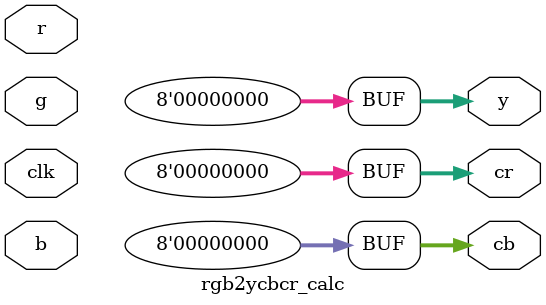
<source format=v>



`timescale 1ns/10ps

module rgb2ycbcr_calc(clk, r, g, b, y, cr, cb);
	//
	// inputs & outputs
	//
	input        clk;
	input  [7:0] r, g, b;
	output [7:0] y = 0, cr = 0, cb = 0;

	parameter const1 = 10'h107;	//0.257
	parameter const2 = 10'h204;	//0.504
	parameter const3 = 10'h64;	//0.098
	
	parameter const4 = 10'h97;	//0.148
	parameter const5 = 10'h129;	//0.291
	parameter const6 = 10'h1c1;	//0.439
	
	parameter const7 = 10'h1c1;	//0.439
	parameter const8 = 10'h178;	//0.368
	parameter const9 = 10'h48;	//0.071


	// step 1: Calculate Y, Cr, Cb
	//*4 for 10-bits precision
	//Y = 0.257R¡ä + 0.504G¡ä + 0.098B¡ä + 16
	//
	//Cb = -0.148R¡ä - 0.291G¡ä + 0.439B¡ä + 128
	//
	//Cr = 0.439R¡ä - 0.368G¡ä - 0.071B¡ä + 128	
	//
	// variables
	//
	reg [7:0] y, cr, cb;
	// calculate Yint,Cb_int,Cr_int
	reg [20:0] Y_int = 0, Cb_int = 0, Cr_int = 0;

    always@(posedge clk)
    begin
        Y_int  <= const1*r + const2*g + const3*b + 18'h4000;
        Cb_int <= 18'h20000 + const6*b - const4*r - const5*g;
        Cr_int <= 18'h20000 + const7*r - const8*g - const9*b;
    end

	/* limit output to 0 - 4095, <0 equals o and >4095 equals 4095 */
    always@(posedge clk)
    begin
        y  <=  (Y_int[20]) ? 16 : (Y_int[19:18] == 2'b0)  ? Y_int[17:10]  : 235;
        cb <= (Cb_int[20]) ? 16 : (Cb_int[19:18] == 2'b0) ? Cb_int[17:10] : 240;
        cr <= (Cr_int[20]) ? 16 : (Cr_int[19:18] == 2'b0) ? Cr_int[17:10] : 240;
    end
    
endmodule

</source>
